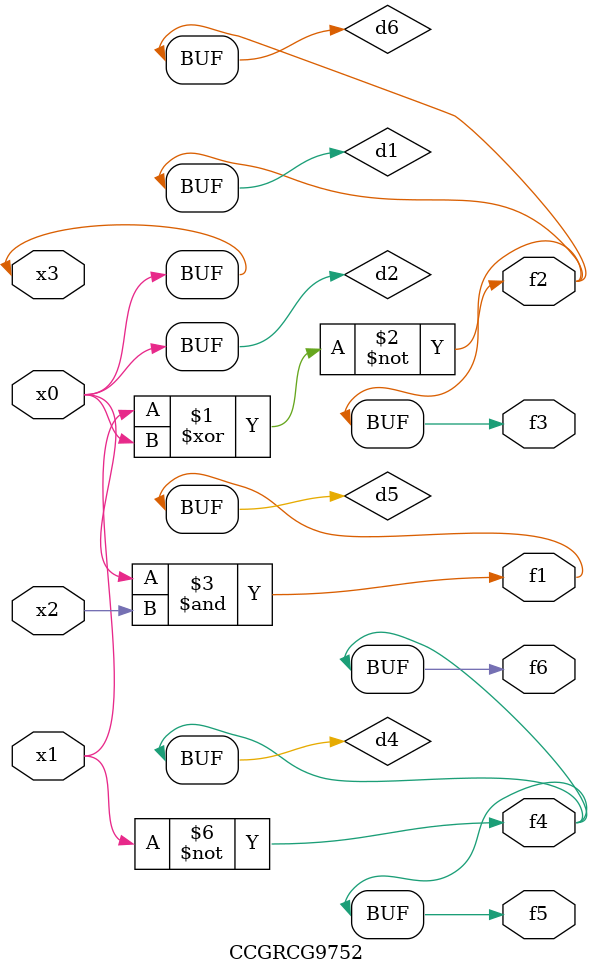
<source format=v>
module CCGRCG9752(
	input x0, x1, x2, x3,
	output f1, f2, f3, f4, f5, f6
);

	wire d1, d2, d3, d4, d5, d6;

	xnor (d1, x1, x3);
	buf (d2, x0, x3);
	nand (d3, x0, x2);
	not (d4, x1);
	nand (d5, d3);
	or (d6, d1);
	assign f1 = d5;
	assign f2 = d6;
	assign f3 = d6;
	assign f4 = d4;
	assign f5 = d4;
	assign f6 = d4;
endmodule

</source>
